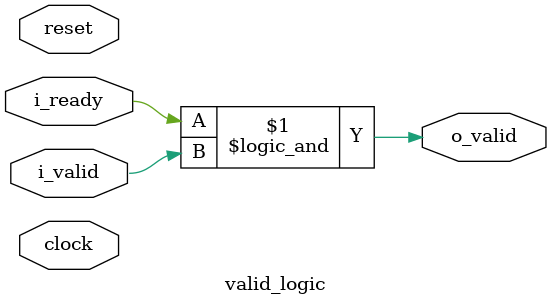
<source format=sv>
module valid_logic (

	input clock,
	input reset,

	// Backpressure ready signal comming from downstream
	input i_ready,

	// FIFO valid signal
	input		i_valid,

	// Wrapper output valid
	output	o_valid
);

	assign o_valid = i_ready && i_valid;

endmodule
</source>
